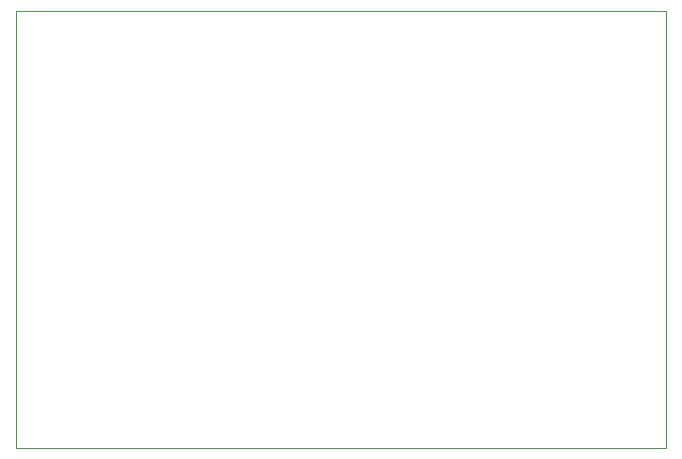
<source format=gm1>
G04*
G04 #@! TF.GenerationSoftware,Altium Limited,Altium Designer,18.1.7 (191)*
G04*
G04 Layer_Color=16711935*
%FSLAX43Y43*%
%MOMM*%
G71*
G01*
G75*
%ADD75C,0.010*%
D75*
X0Y0D02*
Y37000D01*
X55000D01*
Y0D02*
Y37000D01*
X0Y0D02*
X55000D01*
M02*

</source>
